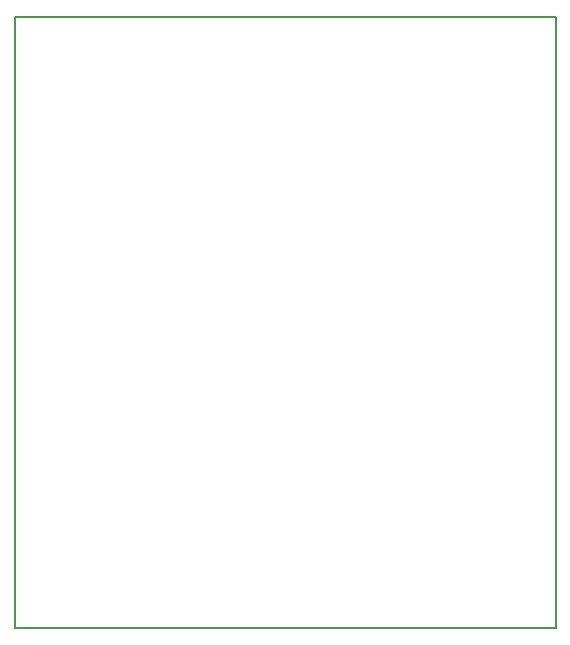
<source format=gm1>
G04 MADE WITH FRITZING*
G04 WWW.FRITZING.ORG*
G04 DOUBLE SIDED*
G04 HOLES PLATED*
G04 CONTOUR ON CENTER OF CONTOUR VECTOR*
%ASAXBY*%
%FSLAX23Y23*%
%MOIN*%
%OFA0B0*%
%SFA1.0B1.0*%
%ADD10R,1.811020X2.047420*%
%ADD11C,0.008000*%
%ADD10C,0.008*%
%LNCONTOUR*%
G90*
G70*
G54D10*
G54D11*
X4Y2043D02*
X1807Y2043D01*
X1807Y4D01*
X4Y4D01*
X4Y2043D01*
D02*
G04 End of contour*
M02*
</source>
